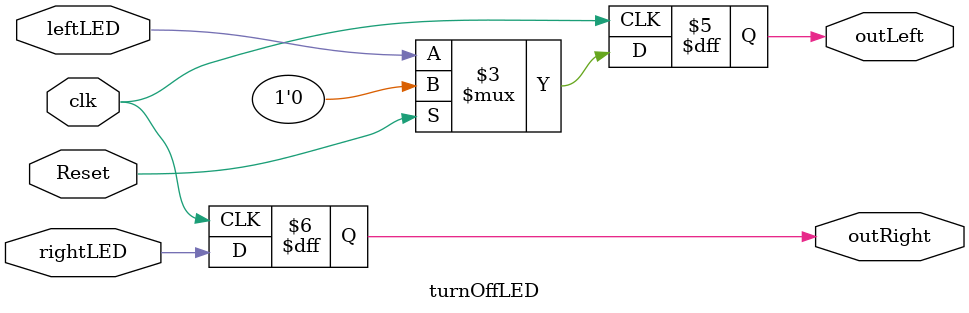
<source format=sv>
module turnOffLED (Reset, clk, leftLED, rightLED, outLeft, outRight);
	input logic Reset, leftLED, rightLED, clk;

	output logic outLeft, outRight;
	
	parameter on = 1'b1;
	parameter off = 1'b0;
	
	always_ff @(posedge clk) begin
		if (Reset)
			outLeft <= off;
			//outRight <= off;
		else 
			outLeft <= leftLED;
			outRight <= rightLED;
	end
	

endmodule

		

</source>
